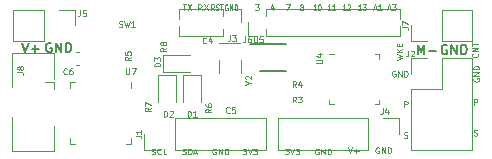
<source format=gto>
G04 #@! TF.GenerationSoftware,KiCad,Pcbnew,(5.1.5)-3*
G04 #@! TF.CreationDate,2020-12-08T16:20:54+11:00*
G04 #@! TF.ProjectId,microBoSL,6d696372-6f42-46f5-934c-2e6b69636164,0.1.0*
G04 #@! TF.SameCoordinates,Original*
G04 #@! TF.FileFunction,Legend,Top*
G04 #@! TF.FilePolarity,Positive*
%FSLAX46Y46*%
G04 Gerber Fmt 4.6, Leading zero omitted, Abs format (unit mm)*
G04 Created by KiCad (PCBNEW (5.1.5)-3) date 2020-12-08 16:20:54*
%MOMM*%
%LPD*%
G04 APERTURE LIST*
%ADD10C,0.125000*%
%ADD11C,0.150000*%
%ADD12C,0.100000*%
%ADD13C,0.120000*%
G04 APERTURE END LIST*
D10*
X112304761Y-114802380D02*
X112376190Y-114826190D01*
X112495238Y-114826190D01*
X112542857Y-114802380D01*
X112566666Y-114778571D01*
X112590476Y-114730952D01*
X112590476Y-114683333D01*
X112566666Y-114635714D01*
X112542857Y-114611904D01*
X112495238Y-114588095D01*
X112400000Y-114564285D01*
X112352380Y-114540476D01*
X112328571Y-114516666D01*
X112304761Y-114469047D01*
X112304761Y-114421428D01*
X112328571Y-114373809D01*
X112352380Y-114350000D01*
X112400000Y-114326190D01*
X112519047Y-114326190D01*
X112590476Y-114350000D01*
X113090476Y-114778571D02*
X113066666Y-114802380D01*
X112995238Y-114826190D01*
X112947619Y-114826190D01*
X112876190Y-114802380D01*
X112828571Y-114754761D01*
X112804761Y-114707142D01*
X112780952Y-114611904D01*
X112780952Y-114540476D01*
X112804761Y-114445238D01*
X112828571Y-114397619D01*
X112876190Y-114350000D01*
X112947619Y-114326190D01*
X112995238Y-114326190D01*
X113066666Y-114350000D01*
X113090476Y-114373809D01*
X113542857Y-114826190D02*
X113304761Y-114826190D01*
X113304761Y-114326190D01*
X114892857Y-114802380D02*
X114964285Y-114826190D01*
X115083333Y-114826190D01*
X115130952Y-114802380D01*
X115154761Y-114778571D01*
X115178571Y-114730952D01*
X115178571Y-114683333D01*
X115154761Y-114635714D01*
X115130952Y-114611904D01*
X115083333Y-114588095D01*
X114988095Y-114564285D01*
X114940476Y-114540476D01*
X114916666Y-114516666D01*
X114892857Y-114469047D01*
X114892857Y-114421428D01*
X114916666Y-114373809D01*
X114940476Y-114350000D01*
X114988095Y-114326190D01*
X115107142Y-114326190D01*
X115178571Y-114350000D01*
X115392857Y-114826190D02*
X115392857Y-114326190D01*
X115511904Y-114326190D01*
X115583333Y-114350000D01*
X115630952Y-114397619D01*
X115654761Y-114445238D01*
X115678571Y-114540476D01*
X115678571Y-114611904D01*
X115654761Y-114707142D01*
X115630952Y-114754761D01*
X115583333Y-114802380D01*
X115511904Y-114826190D01*
X115392857Y-114826190D01*
X115869047Y-114683333D02*
X116107142Y-114683333D01*
X115821428Y-114826190D02*
X115988095Y-114326190D01*
X116154761Y-114826190D01*
X117719047Y-114350000D02*
X117671428Y-114326190D01*
X117600000Y-114326190D01*
X117528571Y-114350000D01*
X117480952Y-114397619D01*
X117457142Y-114445238D01*
X117433333Y-114540476D01*
X117433333Y-114611904D01*
X117457142Y-114707142D01*
X117480952Y-114754761D01*
X117528571Y-114802380D01*
X117600000Y-114826190D01*
X117647619Y-114826190D01*
X117719047Y-114802380D01*
X117742857Y-114778571D01*
X117742857Y-114611904D01*
X117647619Y-114611904D01*
X117957142Y-114826190D02*
X117957142Y-114326190D01*
X118242857Y-114826190D01*
X118242857Y-114326190D01*
X118480952Y-114826190D02*
X118480952Y-114326190D01*
X118600000Y-114326190D01*
X118671428Y-114350000D01*
X118719047Y-114397619D01*
X118742857Y-114445238D01*
X118766666Y-114540476D01*
X118766666Y-114611904D01*
X118742857Y-114707142D01*
X118719047Y-114754761D01*
X118671428Y-114802380D01*
X118600000Y-114826190D01*
X118480952Y-114826190D01*
X119980952Y-114326190D02*
X120290476Y-114326190D01*
X120123809Y-114516666D01*
X120195238Y-114516666D01*
X120242857Y-114540476D01*
X120266666Y-114564285D01*
X120290476Y-114611904D01*
X120290476Y-114730952D01*
X120266666Y-114778571D01*
X120242857Y-114802380D01*
X120195238Y-114826190D01*
X120052380Y-114826190D01*
X120004761Y-114802380D01*
X119980952Y-114778571D01*
X120433333Y-114326190D02*
X120600000Y-114826190D01*
X120766666Y-114326190D01*
X120885714Y-114326190D02*
X121195238Y-114326190D01*
X121028571Y-114516666D01*
X121100000Y-114516666D01*
X121147619Y-114540476D01*
X121171428Y-114564285D01*
X121195238Y-114611904D01*
X121195238Y-114730952D01*
X121171428Y-114778571D01*
X121147619Y-114802380D01*
X121100000Y-114826190D01*
X120957142Y-114826190D01*
X120909523Y-114802380D01*
X120885714Y-114778571D01*
X123580952Y-114326190D02*
X123890476Y-114326190D01*
X123723809Y-114516666D01*
X123795238Y-114516666D01*
X123842857Y-114540476D01*
X123866666Y-114564285D01*
X123890476Y-114611904D01*
X123890476Y-114730952D01*
X123866666Y-114778571D01*
X123842857Y-114802380D01*
X123795238Y-114826190D01*
X123652380Y-114826190D01*
X123604761Y-114802380D01*
X123580952Y-114778571D01*
X124033333Y-114326190D02*
X124200000Y-114826190D01*
X124366666Y-114326190D01*
X124485714Y-114326190D02*
X124795238Y-114326190D01*
X124628571Y-114516666D01*
X124700000Y-114516666D01*
X124747619Y-114540476D01*
X124771428Y-114564285D01*
X124795238Y-114611904D01*
X124795238Y-114730952D01*
X124771428Y-114778571D01*
X124747619Y-114802380D01*
X124700000Y-114826190D01*
X124557142Y-114826190D01*
X124509523Y-114802380D01*
X124485714Y-114778571D01*
X126419047Y-114350000D02*
X126371428Y-114326190D01*
X126300000Y-114326190D01*
X126228571Y-114350000D01*
X126180952Y-114397619D01*
X126157142Y-114445238D01*
X126133333Y-114540476D01*
X126133333Y-114611904D01*
X126157142Y-114707142D01*
X126180952Y-114754761D01*
X126228571Y-114802380D01*
X126300000Y-114826190D01*
X126347619Y-114826190D01*
X126419047Y-114802380D01*
X126442857Y-114778571D01*
X126442857Y-114611904D01*
X126347619Y-114611904D01*
X126657142Y-114826190D02*
X126657142Y-114326190D01*
X126942857Y-114826190D01*
X126942857Y-114326190D01*
X127180952Y-114826190D02*
X127180952Y-114326190D01*
X127300000Y-114326190D01*
X127371428Y-114350000D01*
X127419047Y-114397619D01*
X127442857Y-114445238D01*
X127466666Y-114540476D01*
X127466666Y-114611904D01*
X127442857Y-114707142D01*
X127419047Y-114754761D01*
X127371428Y-114802380D01*
X127300000Y-114826190D01*
X127180952Y-114826190D01*
X128923809Y-114226190D02*
X129090476Y-114726190D01*
X129257142Y-114226190D01*
X129423809Y-114535714D02*
X129804761Y-114535714D01*
X129614285Y-114726190D02*
X129614285Y-114345238D01*
X131519047Y-114250000D02*
X131471428Y-114226190D01*
X131400000Y-114226190D01*
X131328571Y-114250000D01*
X131280952Y-114297619D01*
X131257142Y-114345238D01*
X131233333Y-114440476D01*
X131233333Y-114511904D01*
X131257142Y-114607142D01*
X131280952Y-114654761D01*
X131328571Y-114702380D01*
X131400000Y-114726190D01*
X131447619Y-114726190D01*
X131519047Y-114702380D01*
X131542857Y-114678571D01*
X131542857Y-114511904D01*
X131447619Y-114511904D01*
X131757142Y-114726190D02*
X131757142Y-114226190D01*
X132042857Y-114726190D01*
X132042857Y-114226190D01*
X132280952Y-114726190D02*
X132280952Y-114226190D01*
X132400000Y-114226190D01*
X132471428Y-114250000D01*
X132519047Y-114297619D01*
X132542857Y-114345238D01*
X132566666Y-114440476D01*
X132566666Y-114511904D01*
X132542857Y-114607142D01*
X132519047Y-114654761D01*
X132471428Y-114702380D01*
X132400000Y-114726190D01*
X132280952Y-114726190D01*
X139569047Y-110626190D02*
X139569047Y-110126190D01*
X139759523Y-110126190D01*
X139807142Y-110150000D01*
X139830952Y-110173809D01*
X139854761Y-110221428D01*
X139854761Y-110292857D01*
X139830952Y-110340476D01*
X139807142Y-110364285D01*
X139759523Y-110388095D01*
X139569047Y-110388095D01*
X139550000Y-108380952D02*
X139526190Y-108428571D01*
X139526190Y-108500000D01*
X139550000Y-108571428D01*
X139597619Y-108619047D01*
X139645238Y-108642857D01*
X139740476Y-108666666D01*
X139811904Y-108666666D01*
X139907142Y-108642857D01*
X139954761Y-108619047D01*
X140002380Y-108571428D01*
X140026190Y-108500000D01*
X140026190Y-108452380D01*
X140002380Y-108380952D01*
X139978571Y-108357142D01*
X139811904Y-108357142D01*
X139811904Y-108452380D01*
X140026190Y-108142857D02*
X139526190Y-108142857D01*
X140026190Y-107857142D01*
X139526190Y-107857142D01*
X140026190Y-107619047D02*
X139526190Y-107619047D01*
X139526190Y-107500000D01*
X139550000Y-107428571D01*
X139597619Y-107380952D01*
X139645238Y-107357142D01*
X139740476Y-107333333D01*
X139811904Y-107333333D01*
X139907142Y-107357142D01*
X139954761Y-107380952D01*
X140002380Y-107428571D01*
X140026190Y-107500000D01*
X140026190Y-107619047D01*
X139557142Y-113202380D02*
X139628571Y-113226190D01*
X139747619Y-113226190D01*
X139795238Y-113202380D01*
X139819047Y-113178571D01*
X139842857Y-113130952D01*
X139842857Y-113083333D01*
X139819047Y-113035714D01*
X139795238Y-113011904D01*
X139747619Y-112988095D01*
X139652380Y-112964285D01*
X139604761Y-112940476D01*
X139580952Y-112916666D01*
X139557142Y-112869047D01*
X139557142Y-112821428D01*
X139580952Y-112773809D01*
X139604761Y-112750000D01*
X139652380Y-112726190D01*
X139771428Y-112726190D01*
X139842857Y-112750000D01*
X133657142Y-113402380D02*
X133728571Y-113426190D01*
X133847619Y-113426190D01*
X133895238Y-113402380D01*
X133919047Y-113378571D01*
X133942857Y-113330952D01*
X133942857Y-113283333D01*
X133919047Y-113235714D01*
X133895238Y-113211904D01*
X133847619Y-113188095D01*
X133752380Y-113164285D01*
X133704761Y-113140476D01*
X133680952Y-113116666D01*
X133657142Y-113069047D01*
X133657142Y-113021428D01*
X133680952Y-112973809D01*
X133704761Y-112950000D01*
X133752380Y-112926190D01*
X133871428Y-112926190D01*
X133942857Y-112950000D01*
X133669047Y-110826190D02*
X133669047Y-110326190D01*
X133859523Y-110326190D01*
X133907142Y-110350000D01*
X133930952Y-110373809D01*
X133954761Y-110421428D01*
X133954761Y-110492857D01*
X133930952Y-110540476D01*
X133907142Y-110564285D01*
X133859523Y-110588095D01*
X133669047Y-110588095D01*
X132919047Y-107750000D02*
X132871428Y-107726190D01*
X132800000Y-107726190D01*
X132728571Y-107750000D01*
X132680952Y-107797619D01*
X132657142Y-107845238D01*
X132633333Y-107940476D01*
X132633333Y-108011904D01*
X132657142Y-108107142D01*
X132680952Y-108154761D01*
X132728571Y-108202380D01*
X132800000Y-108226190D01*
X132847619Y-108226190D01*
X132919047Y-108202380D01*
X132942857Y-108178571D01*
X132942857Y-108011904D01*
X132847619Y-108011904D01*
X133157142Y-108226190D02*
X133157142Y-107726190D01*
X133442857Y-108226190D01*
X133442857Y-107726190D01*
X133680952Y-108226190D02*
X133680952Y-107726190D01*
X133800000Y-107726190D01*
X133871428Y-107750000D01*
X133919047Y-107797619D01*
X133942857Y-107845238D01*
X133966666Y-107940476D01*
X133966666Y-108011904D01*
X133942857Y-108107142D01*
X133919047Y-108154761D01*
X133871428Y-108202380D01*
X133800000Y-108226190D01*
X133680952Y-108226190D01*
X139878571Y-106297619D02*
X139902380Y-106321428D01*
X139926190Y-106392857D01*
X139926190Y-106440476D01*
X139902380Y-106511904D01*
X139854761Y-106559523D01*
X139807142Y-106583333D01*
X139711904Y-106607142D01*
X139640476Y-106607142D01*
X139545238Y-106583333D01*
X139497619Y-106559523D01*
X139450000Y-106511904D01*
X139426190Y-106440476D01*
X139426190Y-106392857D01*
X139450000Y-106321428D01*
X139473809Y-106297619D01*
X139926190Y-106083333D02*
X139426190Y-106083333D01*
X139926190Y-105797619D01*
X139426190Y-105797619D01*
X139426190Y-105630952D02*
X139426190Y-105345238D01*
X139926190Y-105488095D02*
X139426190Y-105488095D01*
X133026190Y-106790476D02*
X133526190Y-106671428D01*
X133169047Y-106576190D01*
X133526190Y-106480952D01*
X133026190Y-106361904D01*
X133526190Y-106171428D02*
X133026190Y-106171428D01*
X133526190Y-105885714D02*
X133240476Y-106100000D01*
X133026190Y-105885714D02*
X133311904Y-106171428D01*
X133264285Y-105671428D02*
X133264285Y-105504761D01*
X133526190Y-105433333D02*
X133526190Y-105671428D01*
X133026190Y-105671428D01*
X133026190Y-105433333D01*
D11*
X137290476Y-105600000D02*
X137214285Y-105561904D01*
X137100000Y-105561904D01*
X136985714Y-105600000D01*
X136909523Y-105676190D01*
X136871428Y-105752380D01*
X136833333Y-105904761D01*
X136833333Y-106019047D01*
X136871428Y-106171428D01*
X136909523Y-106247619D01*
X136985714Y-106323809D01*
X137100000Y-106361904D01*
X137176190Y-106361904D01*
X137290476Y-106323809D01*
X137328571Y-106285714D01*
X137328571Y-106019047D01*
X137176190Y-106019047D01*
X137671428Y-106361904D02*
X137671428Y-105561904D01*
X138128571Y-106361904D01*
X138128571Y-105561904D01*
X138509523Y-106361904D02*
X138509523Y-105561904D01*
X138700000Y-105561904D01*
X138814285Y-105600000D01*
X138890476Y-105676190D01*
X138928571Y-105752380D01*
X138966666Y-105904761D01*
X138966666Y-106019047D01*
X138928571Y-106171428D01*
X138890476Y-106247619D01*
X138814285Y-106323809D01*
X138700000Y-106361904D01*
X138509523Y-106361904D01*
X134838095Y-106361904D02*
X134838095Y-105561904D01*
X135104761Y-106133333D01*
X135371428Y-105561904D01*
X135371428Y-106361904D01*
X135752380Y-106057142D02*
X136361904Y-106057142D01*
D10*
X132242857Y-102483333D02*
X132480952Y-102483333D01*
X132195238Y-102626190D02*
X132361904Y-102126190D01*
X132528571Y-102626190D01*
X132647619Y-102126190D02*
X132957142Y-102126190D01*
X132790476Y-102316666D01*
X132861904Y-102316666D01*
X132909523Y-102340476D01*
X132933333Y-102364285D01*
X132957142Y-102411904D01*
X132957142Y-102530952D01*
X132933333Y-102578571D01*
X132909523Y-102602380D01*
X132861904Y-102626190D01*
X132719047Y-102626190D01*
X132671428Y-102602380D01*
X132647619Y-102578571D01*
X131042857Y-102483333D02*
X131280952Y-102483333D01*
X130995238Y-102626190D02*
X131161904Y-102126190D01*
X131328571Y-102626190D01*
X131757142Y-102626190D02*
X131471428Y-102626190D01*
X131614285Y-102626190D02*
X131614285Y-102126190D01*
X131566666Y-102197619D01*
X131519047Y-102245238D01*
X131471428Y-102269047D01*
D12*
X130023809Y-102626190D02*
X129795238Y-102626190D01*
X129909523Y-102626190D02*
X129909523Y-102126190D01*
X129871428Y-102197619D01*
X129833333Y-102245238D01*
X129795238Y-102269047D01*
X130157142Y-102126190D02*
X130404761Y-102126190D01*
X130271428Y-102316666D01*
X130328571Y-102316666D01*
X130366666Y-102340476D01*
X130385714Y-102364285D01*
X130404761Y-102411904D01*
X130404761Y-102530952D01*
X130385714Y-102578571D01*
X130366666Y-102602380D01*
X130328571Y-102626190D01*
X130214285Y-102626190D01*
X130176190Y-102602380D01*
X130157142Y-102578571D01*
X128723809Y-102626190D02*
X128495238Y-102626190D01*
X128609523Y-102626190D02*
X128609523Y-102126190D01*
X128571428Y-102197619D01*
X128533333Y-102245238D01*
X128495238Y-102269047D01*
X128876190Y-102173809D02*
X128895238Y-102150000D01*
X128933333Y-102126190D01*
X129028571Y-102126190D01*
X129066666Y-102150000D01*
X129085714Y-102173809D01*
X129104761Y-102221428D01*
X129104761Y-102269047D01*
X129085714Y-102340476D01*
X128857142Y-102626190D01*
X129104761Y-102626190D01*
X127423809Y-102626190D02*
X127195238Y-102626190D01*
X127309523Y-102626190D02*
X127309523Y-102126190D01*
X127271428Y-102197619D01*
X127233333Y-102245238D01*
X127195238Y-102269047D01*
X127804761Y-102626190D02*
X127576190Y-102626190D01*
X127690476Y-102626190D02*
X127690476Y-102126190D01*
X127652380Y-102197619D01*
X127614285Y-102245238D01*
X127576190Y-102269047D01*
X126223809Y-102626190D02*
X125995238Y-102626190D01*
X126109523Y-102626190D02*
X126109523Y-102126190D01*
X126071428Y-102197619D01*
X126033333Y-102245238D01*
X125995238Y-102269047D01*
X126471428Y-102126190D02*
X126509523Y-102126190D01*
X126547619Y-102150000D01*
X126566666Y-102173809D01*
X126585714Y-102221428D01*
X126604761Y-102316666D01*
X126604761Y-102435714D01*
X126585714Y-102530952D01*
X126566666Y-102578571D01*
X126547619Y-102602380D01*
X126509523Y-102626190D01*
X126471428Y-102626190D01*
X126433333Y-102602380D01*
X126414285Y-102578571D01*
X126395238Y-102530952D01*
X126376190Y-102435714D01*
X126376190Y-102316666D01*
X126395238Y-102221428D01*
X126414285Y-102173809D01*
X126433333Y-102150000D01*
X126471428Y-102126190D01*
X124952380Y-102340476D02*
X124904761Y-102316666D01*
X124880952Y-102292857D01*
X124857142Y-102245238D01*
X124857142Y-102221428D01*
X124880952Y-102173809D01*
X124904761Y-102150000D01*
X124952380Y-102126190D01*
X125047619Y-102126190D01*
X125095238Y-102150000D01*
X125119047Y-102173809D01*
X125142857Y-102221428D01*
X125142857Y-102245238D01*
X125119047Y-102292857D01*
X125095238Y-102316666D01*
X125047619Y-102340476D01*
X124952380Y-102340476D01*
X124904761Y-102364285D01*
X124880952Y-102388095D01*
X124857142Y-102435714D01*
X124857142Y-102530952D01*
X124880952Y-102578571D01*
X124904761Y-102602380D01*
X124952380Y-102626190D01*
X125047619Y-102626190D01*
X125095238Y-102602380D01*
X125119047Y-102578571D01*
X125142857Y-102530952D01*
X125142857Y-102435714D01*
X125119047Y-102388095D01*
X125095238Y-102364285D01*
X125047619Y-102340476D01*
D10*
X123633333Y-102126190D02*
X123966666Y-102126190D01*
X123752380Y-102626190D01*
X122595238Y-102292857D02*
X122595238Y-102626190D01*
X122476190Y-102102380D02*
X122357142Y-102459523D01*
X122666666Y-102459523D01*
X121033333Y-102126190D02*
X121342857Y-102126190D01*
X121176190Y-102316666D01*
X121247619Y-102316666D01*
X121295238Y-102340476D01*
X121319047Y-102364285D01*
X121342857Y-102411904D01*
X121342857Y-102530952D01*
X121319047Y-102578571D01*
X121295238Y-102602380D01*
X121247619Y-102626190D01*
X121104761Y-102626190D01*
X121057142Y-102602380D01*
X121033333Y-102578571D01*
D12*
X118695238Y-102150000D02*
X118657142Y-102126190D01*
X118600000Y-102126190D01*
X118542857Y-102150000D01*
X118504761Y-102197619D01*
X118485714Y-102245238D01*
X118466666Y-102340476D01*
X118466666Y-102411904D01*
X118485714Y-102507142D01*
X118504761Y-102554761D01*
X118542857Y-102602380D01*
X118600000Y-102626190D01*
X118638095Y-102626190D01*
X118695238Y-102602380D01*
X118714285Y-102578571D01*
X118714285Y-102411904D01*
X118638095Y-102411904D01*
X118885714Y-102626190D02*
X118885714Y-102126190D01*
X119114285Y-102626190D01*
X119114285Y-102126190D01*
X119304761Y-102626190D02*
X119304761Y-102126190D01*
X119400000Y-102126190D01*
X119457142Y-102150000D01*
X119495238Y-102197619D01*
X119514285Y-102245238D01*
X119533333Y-102340476D01*
X119533333Y-102411904D01*
X119514285Y-102507142D01*
X119495238Y-102554761D01*
X119457142Y-102602380D01*
X119400000Y-102626190D01*
X119304761Y-102626190D01*
X117580952Y-102626190D02*
X117447619Y-102388095D01*
X117352380Y-102626190D02*
X117352380Y-102126190D01*
X117504761Y-102126190D01*
X117542857Y-102150000D01*
X117561904Y-102173809D01*
X117580952Y-102221428D01*
X117580952Y-102292857D01*
X117561904Y-102340476D01*
X117542857Y-102364285D01*
X117504761Y-102388095D01*
X117352380Y-102388095D01*
X117733333Y-102602380D02*
X117790476Y-102626190D01*
X117885714Y-102626190D01*
X117923809Y-102602380D01*
X117942857Y-102578571D01*
X117961904Y-102530952D01*
X117961904Y-102483333D01*
X117942857Y-102435714D01*
X117923809Y-102411904D01*
X117885714Y-102388095D01*
X117809523Y-102364285D01*
X117771428Y-102340476D01*
X117752380Y-102316666D01*
X117733333Y-102269047D01*
X117733333Y-102221428D01*
X117752380Y-102173809D01*
X117771428Y-102150000D01*
X117809523Y-102126190D01*
X117904761Y-102126190D01*
X117961904Y-102150000D01*
X118076190Y-102126190D02*
X118304761Y-102126190D01*
X118190476Y-102626190D02*
X118190476Y-102126190D01*
D10*
X116516666Y-102626190D02*
X116350000Y-102388095D01*
X116230952Y-102626190D02*
X116230952Y-102126190D01*
X116421428Y-102126190D01*
X116469047Y-102150000D01*
X116492857Y-102173809D01*
X116516666Y-102221428D01*
X116516666Y-102292857D01*
X116492857Y-102340476D01*
X116469047Y-102364285D01*
X116421428Y-102388095D01*
X116230952Y-102388095D01*
X116683333Y-102126190D02*
X117016666Y-102626190D01*
X117016666Y-102126190D02*
X116683333Y-102626190D01*
X114919047Y-102126190D02*
X115204761Y-102126190D01*
X115061904Y-102626190D02*
X115061904Y-102126190D01*
X115323809Y-102126190D02*
X115657142Y-102626190D01*
X115657142Y-102126190D02*
X115323809Y-102626190D01*
D11*
X103790476Y-105400000D02*
X103714285Y-105361904D01*
X103600000Y-105361904D01*
X103485714Y-105400000D01*
X103409523Y-105476190D01*
X103371428Y-105552380D01*
X103333333Y-105704761D01*
X103333333Y-105819047D01*
X103371428Y-105971428D01*
X103409523Y-106047619D01*
X103485714Y-106123809D01*
X103600000Y-106161904D01*
X103676190Y-106161904D01*
X103790476Y-106123809D01*
X103828571Y-106085714D01*
X103828571Y-105819047D01*
X103676190Y-105819047D01*
X104171428Y-106161904D02*
X104171428Y-105361904D01*
X104628571Y-106161904D01*
X104628571Y-105361904D01*
X105009523Y-106161904D02*
X105009523Y-105361904D01*
X105200000Y-105361904D01*
X105314285Y-105400000D01*
X105390476Y-105476190D01*
X105428571Y-105552380D01*
X105466666Y-105704761D01*
X105466666Y-105819047D01*
X105428571Y-105971428D01*
X105390476Y-106047619D01*
X105314285Y-106123809D01*
X105200000Y-106161904D01*
X105009523Y-106161904D01*
X101338095Y-105361904D02*
X101604761Y-106161904D01*
X101871428Y-105361904D01*
X102138095Y-105857142D02*
X102747619Y-105857142D01*
X102442857Y-106161904D02*
X102442857Y-105552380D01*
X120650000Y-105475000D02*
X123625000Y-105475000D01*
X121475000Y-107725000D02*
X123625000Y-107725000D01*
D13*
X120410000Y-104760000D02*
X120410000Y-103650000D01*
X121170000Y-104760000D02*
X120410000Y-104760000D01*
X121930000Y-103086529D02*
X121930000Y-102540000D01*
X121930000Y-104760000D02*
X121930000Y-104213471D01*
X121930000Y-102540000D02*
X133295000Y-102540000D01*
X121930000Y-104760000D02*
X133295000Y-104760000D01*
X133295000Y-103342470D02*
X133295000Y-102540000D01*
X133295000Y-104760000D02*
X133295000Y-103957530D01*
X119860000Y-102540000D02*
X119860000Y-103650000D01*
X119100000Y-102540000D02*
X119860000Y-102540000D01*
X118340000Y-104213471D02*
X118340000Y-104760000D01*
X118340000Y-102540000D02*
X118340000Y-103086529D01*
X118340000Y-104760000D02*
X114595000Y-104760000D01*
X118340000Y-102540000D02*
X114595000Y-102540000D01*
X114595000Y-103957530D02*
X114595000Y-104760000D01*
X114595000Y-102540000D02*
X114595000Y-103342470D01*
X134230000Y-106690000D02*
X135560000Y-106690000D01*
X134230000Y-108020000D02*
X134230000Y-106690000D01*
X136830000Y-106690000D02*
X139430000Y-106690000D01*
X136830000Y-109290000D02*
X136830000Y-106690000D01*
X134230000Y-109290000D02*
X136830000Y-109290000D01*
X139430000Y-106690000D02*
X139430000Y-114430000D01*
X134230000Y-109290000D02*
X134230000Y-114430000D01*
X134230000Y-114430000D02*
X139430000Y-114430000D01*
X119800000Y-105400000D02*
X118000000Y-105400000D01*
X117950000Y-106800000D02*
X117950000Y-107900000D01*
X119850000Y-106800000D02*
X119850000Y-107900000D01*
X110572500Y-109165000D02*
X110572500Y-108690000D01*
X105352500Y-113910000D02*
X105827500Y-113910000D01*
X105352500Y-113435000D02*
X105352500Y-113910000D01*
X105352500Y-108690000D02*
X105827500Y-108690000D01*
X105352500Y-109165000D02*
X105352500Y-108690000D01*
X110572500Y-113910000D02*
X110097500Y-113910000D01*
X110572500Y-113435000D02*
X110572500Y-113910000D01*
X127715000Y-106340000D02*
X127340000Y-106340000D01*
X131560000Y-110560000D02*
X131560000Y-110185000D01*
X131185000Y-110560000D02*
X131560000Y-110560000D01*
X127340000Y-110560000D02*
X127340000Y-110185000D01*
X127715000Y-110560000D02*
X127340000Y-110560000D01*
X131560000Y-106340000D02*
X131560000Y-106715000D01*
X131185000Y-106340000D02*
X131560000Y-106340000D01*
X104050000Y-112400000D02*
X104050000Y-114550000D01*
X100500000Y-114550000D02*
X100500000Y-111650000D01*
X104050000Y-106250000D02*
X100500000Y-106250000D01*
X100500000Y-106250000D02*
X100500000Y-109150000D01*
X104050000Y-114550000D02*
X100500000Y-114550000D01*
X104050000Y-108400000D02*
X104050000Y-106250000D01*
X104050000Y-108700000D02*
X104050000Y-109300000D01*
X103300000Y-108700000D02*
X104050000Y-108700000D01*
X134230000Y-105230000D02*
X134230000Y-103900000D01*
X135560000Y-105230000D02*
X134230000Y-105230000D01*
X136830000Y-105230000D02*
X136830000Y-102570000D01*
X136830000Y-102570000D02*
X139430000Y-102570000D01*
X136830000Y-105230000D02*
X139430000Y-105230000D01*
X139430000Y-105230000D02*
X139430000Y-102570000D01*
X105770000Y-102570000D02*
X105770000Y-103900000D01*
X104440000Y-102570000D02*
X105770000Y-102570000D01*
X103170000Y-102570000D02*
X103170000Y-105230000D01*
X103170000Y-105230000D02*
X100570000Y-105230000D01*
X103170000Y-102570000D02*
X100570000Y-102570000D01*
X100570000Y-102570000D02*
X100570000Y-105230000D01*
X133230000Y-111770000D02*
X133230000Y-113100000D01*
X131900000Y-111770000D02*
X133230000Y-111770000D01*
X130630000Y-111770000D02*
X130630000Y-114430000D01*
X130630000Y-114430000D02*
X122950000Y-114430000D01*
X130630000Y-111770000D02*
X122950000Y-111770000D01*
X122950000Y-111770000D02*
X122950000Y-114430000D01*
X111650000Y-114430000D02*
X111650000Y-113100000D01*
X112980000Y-114430000D02*
X111650000Y-114430000D01*
X114250000Y-114430000D02*
X114250000Y-111770000D01*
X114250000Y-111770000D02*
X121930000Y-111770000D01*
X114250000Y-114430000D02*
X121930000Y-114430000D01*
X121930000Y-114430000D02*
X121930000Y-111770000D01*
X113215000Y-107835000D02*
X115500000Y-107835000D01*
X113215000Y-106365000D02*
X113215000Y-107835000D01*
X115500000Y-106365000D02*
X113215000Y-106365000D01*
X112865000Y-108115000D02*
X112865000Y-110400000D01*
X114335000Y-108115000D02*
X112865000Y-108115000D01*
X114335000Y-110400000D02*
X114335000Y-108115000D01*
X114965000Y-108115000D02*
X114965000Y-110400000D01*
X116435000Y-108115000D02*
X114965000Y-108115000D01*
X116435000Y-110400000D02*
X116435000Y-108115000D01*
X106175279Y-106190000D02*
X105849721Y-106190000D01*
X106175279Y-107210000D02*
X105849721Y-107210000D01*
D10*
X120919047Y-104826190D02*
X120919047Y-105230952D01*
X120942857Y-105278571D01*
X120966666Y-105302380D01*
X121014285Y-105326190D01*
X121109523Y-105326190D01*
X121157142Y-105302380D01*
X121180952Y-105278571D01*
X121204761Y-105230952D01*
X121204761Y-104826190D01*
X121680952Y-104826190D02*
X121442857Y-104826190D01*
X121419047Y-105064285D01*
X121442857Y-105040476D01*
X121490476Y-105016666D01*
X121609523Y-105016666D01*
X121657142Y-105040476D01*
X121680952Y-105064285D01*
X121704761Y-105111904D01*
X121704761Y-105230952D01*
X121680952Y-105278571D01*
X121657142Y-105302380D01*
X121609523Y-105326190D01*
X121490476Y-105326190D01*
X121442857Y-105302380D01*
X121419047Y-105278571D01*
X120233333Y-104826190D02*
X120233333Y-105183333D01*
X120209523Y-105254761D01*
X120161904Y-105302380D01*
X120090476Y-105326190D01*
X120042857Y-105326190D01*
X120685714Y-104826190D02*
X120590476Y-104826190D01*
X120542857Y-104850000D01*
X120519047Y-104873809D01*
X120471428Y-104945238D01*
X120447619Y-105040476D01*
X120447619Y-105230952D01*
X120471428Y-105278571D01*
X120495238Y-105302380D01*
X120542857Y-105326190D01*
X120638095Y-105326190D01*
X120685714Y-105302380D01*
X120709523Y-105278571D01*
X120733333Y-105230952D01*
X120733333Y-105111904D01*
X120709523Y-105064285D01*
X120685714Y-105040476D01*
X120638095Y-105016666D01*
X120542857Y-105016666D01*
X120495238Y-105040476D01*
X120471428Y-105064285D01*
X120447619Y-105111904D01*
X113526190Y-105783333D02*
X113288095Y-105950000D01*
X113526190Y-106069047D02*
X113026190Y-106069047D01*
X113026190Y-105878571D01*
X113050000Y-105830952D01*
X113073809Y-105807142D01*
X113121428Y-105783333D01*
X113192857Y-105783333D01*
X113240476Y-105807142D01*
X113264285Y-105830952D01*
X113288095Y-105878571D01*
X113288095Y-106069047D01*
X113240476Y-105497619D02*
X113216666Y-105545238D01*
X113192857Y-105569047D01*
X113145238Y-105592857D01*
X113121428Y-105592857D01*
X113073809Y-105569047D01*
X113050000Y-105545238D01*
X113026190Y-105497619D01*
X113026190Y-105402380D01*
X113050000Y-105354761D01*
X113073809Y-105330952D01*
X113121428Y-105307142D01*
X113145238Y-105307142D01*
X113192857Y-105330952D01*
X113216666Y-105354761D01*
X113240476Y-105402380D01*
X113240476Y-105497619D01*
X113264285Y-105545238D01*
X113288095Y-105569047D01*
X113335714Y-105592857D01*
X113430952Y-105592857D01*
X113478571Y-105569047D01*
X113502380Y-105545238D01*
X113526190Y-105497619D01*
X113526190Y-105402380D01*
X113502380Y-105354761D01*
X113478571Y-105330952D01*
X113430952Y-105307142D01*
X113335714Y-105307142D01*
X113288095Y-105330952D01*
X113264285Y-105354761D01*
X113240476Y-105402380D01*
X112226190Y-110883333D02*
X111988095Y-111050000D01*
X112226190Y-111169047D02*
X111726190Y-111169047D01*
X111726190Y-110978571D01*
X111750000Y-110930952D01*
X111773809Y-110907142D01*
X111821428Y-110883333D01*
X111892857Y-110883333D01*
X111940476Y-110907142D01*
X111964285Y-110930952D01*
X111988095Y-110978571D01*
X111988095Y-111169047D01*
X111726190Y-110716666D02*
X111726190Y-110383333D01*
X112226190Y-110597619D01*
X117326190Y-110983333D02*
X117088095Y-111150000D01*
X117326190Y-111269047D02*
X116826190Y-111269047D01*
X116826190Y-111078571D01*
X116850000Y-111030952D01*
X116873809Y-111007142D01*
X116921428Y-110983333D01*
X116992857Y-110983333D01*
X117040476Y-111007142D01*
X117064285Y-111030952D01*
X117088095Y-111078571D01*
X117088095Y-111269047D01*
X116826190Y-110554761D02*
X116826190Y-110650000D01*
X116850000Y-110697619D01*
X116873809Y-110721428D01*
X116945238Y-110769047D01*
X117040476Y-110792857D01*
X117230952Y-110792857D01*
X117278571Y-110769047D01*
X117302380Y-110745238D01*
X117326190Y-110697619D01*
X117326190Y-110602380D01*
X117302380Y-110554761D01*
X117278571Y-110530952D01*
X117230952Y-110507142D01*
X117111904Y-110507142D01*
X117064285Y-110530952D01*
X117040476Y-110554761D01*
X117016666Y-110602380D01*
X117016666Y-110697619D01*
X117040476Y-110745238D01*
X117064285Y-110769047D01*
X117111904Y-110792857D01*
X110526190Y-106583333D02*
X110288095Y-106750000D01*
X110526190Y-106869047D02*
X110026190Y-106869047D01*
X110026190Y-106678571D01*
X110050000Y-106630952D01*
X110073809Y-106607142D01*
X110121428Y-106583333D01*
X110192857Y-106583333D01*
X110240476Y-106607142D01*
X110264285Y-106630952D01*
X110288095Y-106678571D01*
X110288095Y-106869047D01*
X110026190Y-106130952D02*
X110026190Y-106369047D01*
X110264285Y-106392857D01*
X110240476Y-106369047D01*
X110216666Y-106321428D01*
X110216666Y-106202380D01*
X110240476Y-106154761D01*
X110264285Y-106130952D01*
X110311904Y-106107142D01*
X110430952Y-106107142D01*
X110478571Y-106130952D01*
X110502380Y-106154761D01*
X110526190Y-106202380D01*
X110526190Y-106321428D01*
X110502380Y-106369047D01*
X110478571Y-106392857D01*
X124516666Y-109126190D02*
X124350000Y-108888095D01*
X124230952Y-109126190D02*
X124230952Y-108626190D01*
X124421428Y-108626190D01*
X124469047Y-108650000D01*
X124492857Y-108673809D01*
X124516666Y-108721428D01*
X124516666Y-108792857D01*
X124492857Y-108840476D01*
X124469047Y-108864285D01*
X124421428Y-108888095D01*
X124230952Y-108888095D01*
X124945238Y-108792857D02*
X124945238Y-109126190D01*
X124826190Y-108602380D02*
X124707142Y-108959523D01*
X125016666Y-108959523D01*
X124516666Y-110426190D02*
X124350000Y-110188095D01*
X124230952Y-110426190D02*
X124230952Y-109926190D01*
X124421428Y-109926190D01*
X124469047Y-109950000D01*
X124492857Y-109973809D01*
X124516666Y-110021428D01*
X124516666Y-110092857D01*
X124492857Y-110140476D01*
X124469047Y-110164285D01*
X124421428Y-110188095D01*
X124230952Y-110188095D01*
X124683333Y-109926190D02*
X124992857Y-109926190D01*
X124826190Y-110116666D01*
X124897619Y-110116666D01*
X124945238Y-110140476D01*
X124969047Y-110164285D01*
X124992857Y-110211904D01*
X124992857Y-110330952D01*
X124969047Y-110378571D01*
X124945238Y-110402380D01*
X124897619Y-110426190D01*
X124754761Y-110426190D01*
X124707142Y-110402380D01*
X124683333Y-110378571D01*
X118881666Y-111278571D02*
X118857857Y-111302380D01*
X118786428Y-111326190D01*
X118738809Y-111326190D01*
X118667380Y-111302380D01*
X118619761Y-111254761D01*
X118595952Y-111207142D01*
X118572142Y-111111904D01*
X118572142Y-111040476D01*
X118595952Y-110945238D01*
X118619761Y-110897619D01*
X118667380Y-110850000D01*
X118738809Y-110826190D01*
X118786428Y-110826190D01*
X118857857Y-110850000D01*
X118881666Y-110873809D01*
X119334047Y-110826190D02*
X119095952Y-110826190D01*
X119072142Y-111064285D01*
X119095952Y-111040476D01*
X119143571Y-111016666D01*
X119262619Y-111016666D01*
X119310238Y-111040476D01*
X119334047Y-111064285D01*
X119357857Y-111111904D01*
X119357857Y-111230952D01*
X119334047Y-111278571D01*
X119310238Y-111302380D01*
X119262619Y-111326190D01*
X119143571Y-111326190D01*
X119095952Y-111302380D01*
X119072142Y-111278571D01*
X116916666Y-105378571D02*
X116892857Y-105402380D01*
X116821428Y-105426190D01*
X116773809Y-105426190D01*
X116702380Y-105402380D01*
X116654761Y-105354761D01*
X116630952Y-105307142D01*
X116607142Y-105211904D01*
X116607142Y-105140476D01*
X116630952Y-105045238D01*
X116654761Y-104997619D01*
X116702380Y-104950000D01*
X116773809Y-104926190D01*
X116821428Y-104926190D01*
X116892857Y-104950000D01*
X116916666Y-104973809D01*
X117345238Y-105092857D02*
X117345238Y-105426190D01*
X117226190Y-104902380D02*
X117107142Y-105259523D01*
X117416666Y-105259523D01*
X109533333Y-104002380D02*
X109604761Y-104026190D01*
X109723809Y-104026190D01*
X109771428Y-104002380D01*
X109795238Y-103978571D01*
X109819047Y-103930952D01*
X109819047Y-103883333D01*
X109795238Y-103835714D01*
X109771428Y-103811904D01*
X109723809Y-103788095D01*
X109628571Y-103764285D01*
X109580952Y-103740476D01*
X109557142Y-103716666D01*
X109533333Y-103669047D01*
X109533333Y-103621428D01*
X109557142Y-103573809D01*
X109580952Y-103550000D01*
X109628571Y-103526190D01*
X109747619Y-103526190D01*
X109819047Y-103550000D01*
X109985714Y-103526190D02*
X110104761Y-104026190D01*
X110200000Y-103669047D01*
X110295238Y-104026190D01*
X110414285Y-103526190D01*
X110866666Y-104026190D02*
X110580952Y-104026190D01*
X110723809Y-104026190D02*
X110723809Y-103526190D01*
X110676190Y-103597619D01*
X110628571Y-103645238D01*
X110580952Y-103669047D01*
X118933333Y-104726190D02*
X118933333Y-105083333D01*
X118909523Y-105154761D01*
X118861904Y-105202380D01*
X118790476Y-105226190D01*
X118742857Y-105226190D01*
X119123809Y-104726190D02*
X119433333Y-104726190D01*
X119266666Y-104916666D01*
X119338095Y-104916666D01*
X119385714Y-104940476D01*
X119409523Y-104964285D01*
X119433333Y-105011904D01*
X119433333Y-105130952D01*
X119409523Y-105178571D01*
X119385714Y-105202380D01*
X119338095Y-105226190D01*
X119195238Y-105226190D01*
X119147619Y-105202380D01*
X119123809Y-105178571D01*
X134033333Y-106026190D02*
X134033333Y-106383333D01*
X134009523Y-106454761D01*
X133961904Y-106502380D01*
X133890476Y-106526190D01*
X133842857Y-106526190D01*
X134247619Y-106073809D02*
X134271428Y-106050000D01*
X134319047Y-106026190D01*
X134438095Y-106026190D01*
X134485714Y-106050000D01*
X134509523Y-106073809D01*
X134533333Y-106121428D01*
X134533333Y-106169047D01*
X134509523Y-106240476D01*
X134223809Y-106526190D01*
X134533333Y-106526190D01*
X120488095Y-108738095D02*
X120726190Y-108738095D01*
X120226190Y-108904761D02*
X120488095Y-108738095D01*
X120226190Y-108571428D01*
X120273809Y-108428571D02*
X120250000Y-108404761D01*
X120226190Y-108357142D01*
X120226190Y-108238095D01*
X120250000Y-108190476D01*
X120273809Y-108166666D01*
X120321428Y-108142857D01*
X120369047Y-108142857D01*
X120440476Y-108166666D01*
X120726190Y-108452380D01*
X120726190Y-108142857D01*
X110119047Y-107526190D02*
X110119047Y-107930952D01*
X110142857Y-107978571D01*
X110166666Y-108002380D01*
X110214285Y-108026190D01*
X110309523Y-108026190D01*
X110357142Y-108002380D01*
X110380952Y-107978571D01*
X110404761Y-107930952D01*
X110404761Y-107526190D01*
X110595238Y-107526190D02*
X110928571Y-107526190D01*
X110714285Y-108026190D01*
X126226190Y-107080952D02*
X126630952Y-107080952D01*
X126678571Y-107057142D01*
X126702380Y-107033333D01*
X126726190Y-106985714D01*
X126726190Y-106890476D01*
X126702380Y-106842857D01*
X126678571Y-106819047D01*
X126630952Y-106795238D01*
X126226190Y-106795238D01*
X126392857Y-106342857D02*
X126726190Y-106342857D01*
X126202380Y-106461904D02*
X126559523Y-106580952D01*
X126559523Y-106271428D01*
X100926190Y-107866666D02*
X101283333Y-107866666D01*
X101354761Y-107890476D01*
X101402380Y-107938095D01*
X101426190Y-108009523D01*
X101426190Y-108057142D01*
X101140476Y-107557142D02*
X101116666Y-107604761D01*
X101092857Y-107628571D01*
X101045238Y-107652380D01*
X101021428Y-107652380D01*
X100973809Y-107628571D01*
X100950000Y-107604761D01*
X100926190Y-107557142D01*
X100926190Y-107461904D01*
X100950000Y-107414285D01*
X100973809Y-107390476D01*
X101021428Y-107366666D01*
X101045238Y-107366666D01*
X101092857Y-107390476D01*
X101116666Y-107414285D01*
X101140476Y-107461904D01*
X101140476Y-107557142D01*
X101164285Y-107604761D01*
X101188095Y-107628571D01*
X101235714Y-107652380D01*
X101330952Y-107652380D01*
X101378571Y-107628571D01*
X101402380Y-107604761D01*
X101426190Y-107557142D01*
X101426190Y-107461904D01*
X101402380Y-107414285D01*
X101378571Y-107390476D01*
X101330952Y-107366666D01*
X101235714Y-107366666D01*
X101188095Y-107390476D01*
X101164285Y-107414285D01*
X101140476Y-107461904D01*
X133526190Y-104066666D02*
X133883333Y-104066666D01*
X133954761Y-104090476D01*
X134002380Y-104138095D01*
X134026190Y-104209523D01*
X134026190Y-104257142D01*
X133526190Y-103876190D02*
X133526190Y-103542857D01*
X134026190Y-103757142D01*
X106233333Y-102626190D02*
X106233333Y-102983333D01*
X106209523Y-103054761D01*
X106161904Y-103102380D01*
X106090476Y-103126190D01*
X106042857Y-103126190D01*
X106709523Y-102626190D02*
X106471428Y-102626190D01*
X106447619Y-102864285D01*
X106471428Y-102840476D01*
X106519047Y-102816666D01*
X106638095Y-102816666D01*
X106685714Y-102840476D01*
X106709523Y-102864285D01*
X106733333Y-102911904D01*
X106733333Y-103030952D01*
X106709523Y-103078571D01*
X106685714Y-103102380D01*
X106638095Y-103126190D01*
X106519047Y-103126190D01*
X106471428Y-103102380D01*
X106447619Y-103078571D01*
X131833333Y-110926190D02*
X131833333Y-111283333D01*
X131809523Y-111354761D01*
X131761904Y-111402380D01*
X131690476Y-111426190D01*
X131642857Y-111426190D01*
X132285714Y-111092857D02*
X132285714Y-111426190D01*
X132166666Y-110902380D02*
X132047619Y-111259523D01*
X132357142Y-111259523D01*
X110926190Y-113266666D02*
X111283333Y-113266666D01*
X111354761Y-113290476D01*
X111402380Y-113338095D01*
X111426190Y-113409523D01*
X111426190Y-113457142D01*
X111426190Y-112766666D02*
X111426190Y-113052380D01*
X111426190Y-112909523D02*
X110926190Y-112909523D01*
X110997619Y-112957142D01*
X111045238Y-113004761D01*
X111069047Y-113052380D01*
X113026190Y-107369047D02*
X112526190Y-107369047D01*
X112526190Y-107250000D01*
X112550000Y-107178571D01*
X112597619Y-107130952D01*
X112645238Y-107107142D01*
X112740476Y-107083333D01*
X112811904Y-107083333D01*
X112907142Y-107107142D01*
X112954761Y-107130952D01*
X113002380Y-107178571D01*
X113026190Y-107250000D01*
X113026190Y-107369047D01*
X112526190Y-106916666D02*
X112526190Y-106607142D01*
X112716666Y-106773809D01*
X112716666Y-106702380D01*
X112740476Y-106654761D01*
X112764285Y-106630952D01*
X112811904Y-106607142D01*
X112930952Y-106607142D01*
X112978571Y-106630952D01*
X113002380Y-106654761D01*
X113026190Y-106702380D01*
X113026190Y-106845238D01*
X113002380Y-106892857D01*
X112978571Y-106916666D01*
X113330952Y-111626190D02*
X113330952Y-111126190D01*
X113450000Y-111126190D01*
X113521428Y-111150000D01*
X113569047Y-111197619D01*
X113592857Y-111245238D01*
X113616666Y-111340476D01*
X113616666Y-111411904D01*
X113592857Y-111507142D01*
X113569047Y-111554761D01*
X113521428Y-111602380D01*
X113450000Y-111626190D01*
X113330952Y-111626190D01*
X113807142Y-111173809D02*
X113830952Y-111150000D01*
X113878571Y-111126190D01*
X113997619Y-111126190D01*
X114045238Y-111150000D01*
X114069047Y-111173809D01*
X114092857Y-111221428D01*
X114092857Y-111269047D01*
X114069047Y-111340476D01*
X113783333Y-111626190D01*
X114092857Y-111626190D01*
X115330952Y-111626190D02*
X115330952Y-111126190D01*
X115450000Y-111126190D01*
X115521428Y-111150000D01*
X115569047Y-111197619D01*
X115592857Y-111245238D01*
X115616666Y-111340476D01*
X115616666Y-111411904D01*
X115592857Y-111507142D01*
X115569047Y-111554761D01*
X115521428Y-111602380D01*
X115450000Y-111626190D01*
X115330952Y-111626190D01*
X116092857Y-111626190D02*
X115807142Y-111626190D01*
X115950000Y-111626190D02*
X115950000Y-111126190D01*
X115902380Y-111197619D01*
X115854761Y-111245238D01*
X115807142Y-111269047D01*
X105116666Y-107978571D02*
X105092857Y-108002380D01*
X105021428Y-108026190D01*
X104973809Y-108026190D01*
X104902380Y-108002380D01*
X104854761Y-107954761D01*
X104830952Y-107907142D01*
X104807142Y-107811904D01*
X104807142Y-107740476D01*
X104830952Y-107645238D01*
X104854761Y-107597619D01*
X104902380Y-107550000D01*
X104973809Y-107526190D01*
X105021428Y-107526190D01*
X105092857Y-107550000D01*
X105116666Y-107573809D01*
X105545238Y-107526190D02*
X105450000Y-107526190D01*
X105402380Y-107550000D01*
X105378571Y-107573809D01*
X105330952Y-107645238D01*
X105307142Y-107740476D01*
X105307142Y-107930952D01*
X105330952Y-107978571D01*
X105354761Y-108002380D01*
X105402380Y-108026190D01*
X105497619Y-108026190D01*
X105545238Y-108002380D01*
X105569047Y-107978571D01*
X105592857Y-107930952D01*
X105592857Y-107811904D01*
X105569047Y-107764285D01*
X105545238Y-107740476D01*
X105497619Y-107716666D01*
X105402380Y-107716666D01*
X105354761Y-107740476D01*
X105330952Y-107764285D01*
X105307142Y-107811904D01*
M02*

</source>
